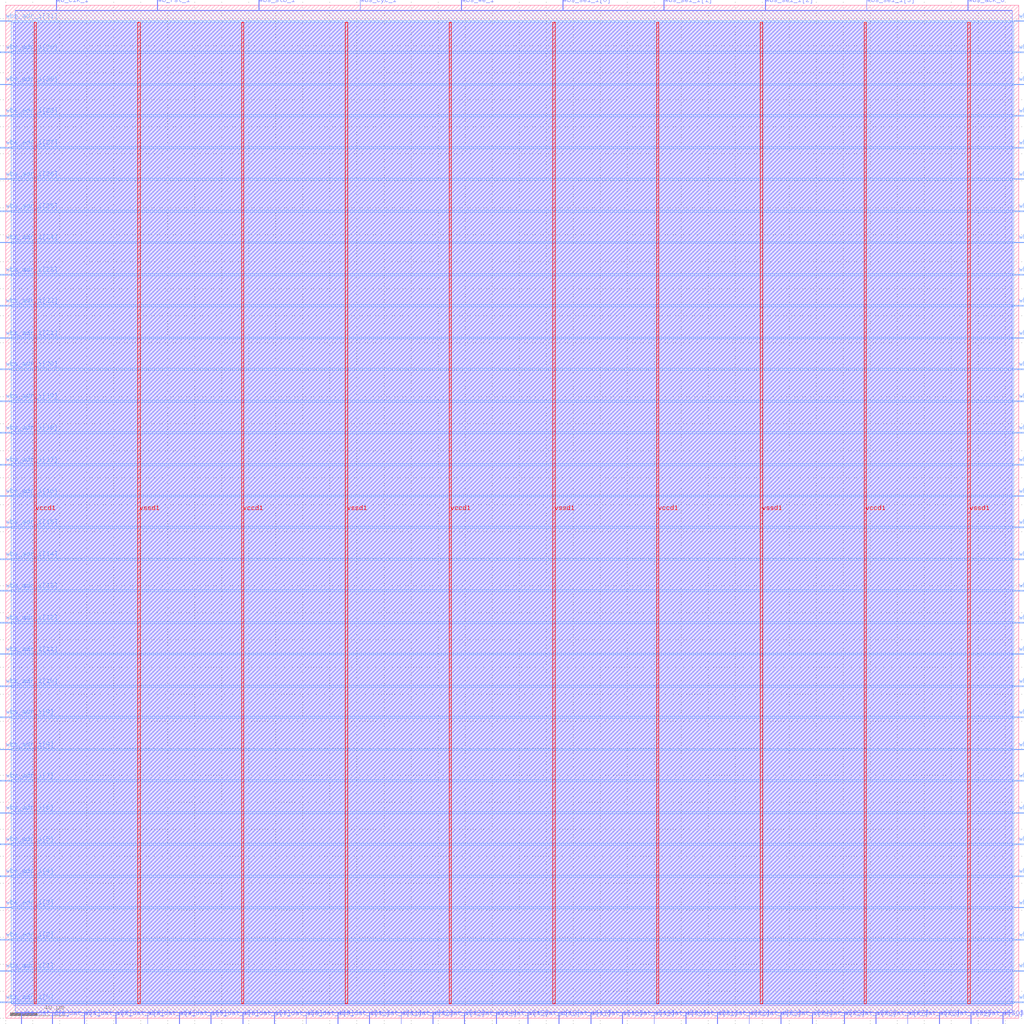
<source format=lef>
VERSION 5.7 ;
  NOWIREEXTENSIONATPIN ON ;
  DIVIDERCHAR "/" ;
  BUSBITCHARS "[]" ;
MACRO ren_conv_top
  CLASS BLOCK ;
  FOREIGN ren_conv_top ;
  ORIGIN 0.000 0.000 ;
  SIZE 750.000 BY 750.000 ;
  PIN wb_clk_i
    DIRECTION INPUT ;
    USE SIGNAL ;
    PORT
      LAYER met2 ;
        RECT 37.350 746.000 37.630 754.000 ;
    END
  END wb_clk_i
  PIN wb_rst_i
    DIRECTION INPUT ;
    USE SIGNAL ;
    PORT
      LAYER met2 ;
        RECT 112.330 746.000 112.610 754.000 ;
    END
  END wb_rst_i
  PIN wbs_ack_o
    DIRECTION OUTPUT TRISTATE ;
    USE SIGNAL ;
    PORT
      LAYER met2 ;
        RECT 712.170 746.000 712.450 754.000 ;
    END
  END wbs_ack_o
  PIN wbs_adr_i[0]
    DIRECTION INPUT ;
    USE SIGNAL ;
    PORT
      LAYER met3 ;
        RECT -4.000 11.600 4.000 12.200 ;
    END
  END wbs_adr_i[0]
  PIN wbs_adr_i[10]
    DIRECTION INPUT ;
    USE SIGNAL ;
    PORT
      LAYER met3 ;
        RECT -4.000 245.520 4.000 246.120 ;
    END
  END wbs_adr_i[10]
  PIN wbs_adr_i[11]
    DIRECTION INPUT ;
    USE SIGNAL ;
    PORT
      LAYER met3 ;
        RECT -4.000 269.320 4.000 269.920 ;
    END
  END wbs_adr_i[11]
  PIN wbs_adr_i[12]
    DIRECTION INPUT ;
    USE SIGNAL ;
    PORT
      LAYER met3 ;
        RECT -4.000 292.440 4.000 293.040 ;
    END
  END wbs_adr_i[12]
  PIN wbs_adr_i[13]
    DIRECTION INPUT ;
    USE SIGNAL ;
    PORT
      LAYER met3 ;
        RECT -4.000 316.240 4.000 316.840 ;
    END
  END wbs_adr_i[13]
  PIN wbs_adr_i[14]
    DIRECTION INPUT ;
    USE SIGNAL ;
    PORT
      LAYER met3 ;
        RECT -4.000 339.360 4.000 339.960 ;
    END
  END wbs_adr_i[14]
  PIN wbs_adr_i[15]
    DIRECTION INPUT ;
    USE SIGNAL ;
    PORT
      LAYER met3 ;
        RECT -4.000 363.160 4.000 363.760 ;
    END
  END wbs_adr_i[15]
  PIN wbs_adr_i[16]
    DIRECTION INPUT ;
    USE SIGNAL ;
    PORT
      LAYER met3 ;
        RECT -4.000 386.280 4.000 386.880 ;
    END
  END wbs_adr_i[16]
  PIN wbs_adr_i[17]
    DIRECTION INPUT ;
    USE SIGNAL ;
    PORT
      LAYER met3 ;
        RECT -4.000 409.400 4.000 410.000 ;
    END
  END wbs_adr_i[17]
  PIN wbs_adr_i[18]
    DIRECTION INPUT ;
    USE SIGNAL ;
    PORT
      LAYER met3 ;
        RECT -4.000 433.200 4.000 433.800 ;
    END
  END wbs_adr_i[18]
  PIN wbs_adr_i[19]
    DIRECTION INPUT ;
    USE SIGNAL ;
    PORT
      LAYER met3 ;
        RECT -4.000 456.320 4.000 456.920 ;
    END
  END wbs_adr_i[19]
  PIN wbs_adr_i[1]
    DIRECTION INPUT ;
    USE SIGNAL ;
    PORT
      LAYER met3 ;
        RECT -4.000 34.720 4.000 35.320 ;
    END
  END wbs_adr_i[1]
  PIN wbs_adr_i[20]
    DIRECTION INPUT ;
    USE SIGNAL ;
    PORT
      LAYER met3 ;
        RECT -4.000 480.120 4.000 480.720 ;
    END
  END wbs_adr_i[20]
  PIN wbs_adr_i[21]
    DIRECTION INPUT ;
    USE SIGNAL ;
    PORT
      LAYER met3 ;
        RECT -4.000 503.240 4.000 503.840 ;
    END
  END wbs_adr_i[21]
  PIN wbs_adr_i[22]
    DIRECTION INPUT ;
    USE SIGNAL ;
    PORT
      LAYER met3 ;
        RECT -4.000 527.040 4.000 527.640 ;
    END
  END wbs_adr_i[22]
  PIN wbs_adr_i[23]
    DIRECTION INPUT ;
    USE SIGNAL ;
    PORT
      LAYER met3 ;
        RECT -4.000 550.160 4.000 550.760 ;
    END
  END wbs_adr_i[23]
  PIN wbs_adr_i[24]
    DIRECTION INPUT ;
    USE SIGNAL ;
    PORT
      LAYER met3 ;
        RECT -4.000 573.960 4.000 574.560 ;
    END
  END wbs_adr_i[24]
  PIN wbs_adr_i[25]
    DIRECTION INPUT ;
    USE SIGNAL ;
    PORT
      LAYER met3 ;
        RECT -4.000 597.080 4.000 597.680 ;
    END
  END wbs_adr_i[25]
  PIN wbs_adr_i[26]
    DIRECTION INPUT ;
    USE SIGNAL ;
    PORT
      LAYER met3 ;
        RECT -4.000 620.880 4.000 621.480 ;
    END
  END wbs_adr_i[26]
  PIN wbs_adr_i[27]
    DIRECTION INPUT ;
    USE SIGNAL ;
    PORT
      LAYER met3 ;
        RECT -4.000 644.000 4.000 644.600 ;
    END
  END wbs_adr_i[27]
  PIN wbs_adr_i[28]
    DIRECTION INPUT ;
    USE SIGNAL ;
    PORT
      LAYER met3 ;
        RECT -4.000 667.800 4.000 668.400 ;
    END
  END wbs_adr_i[28]
  PIN wbs_adr_i[29]
    DIRECTION INPUT ;
    USE SIGNAL ;
    PORT
      LAYER met3 ;
        RECT -4.000 690.920 4.000 691.520 ;
    END
  END wbs_adr_i[29]
  PIN wbs_adr_i[2]
    DIRECTION INPUT ;
    USE SIGNAL ;
    PORT
      LAYER met3 ;
        RECT -4.000 57.840 4.000 58.440 ;
    END
  END wbs_adr_i[2]
  PIN wbs_adr_i[30]
    DIRECTION INPUT ;
    USE SIGNAL ;
    PORT
      LAYER met3 ;
        RECT -4.000 714.720 4.000 715.320 ;
    END
  END wbs_adr_i[30]
  PIN wbs_adr_i[31]
    DIRECTION INPUT ;
    USE SIGNAL ;
    PORT
      LAYER met3 ;
        RECT -4.000 737.840 4.000 738.440 ;
    END
  END wbs_adr_i[31]
  PIN wbs_adr_i[3]
    DIRECTION INPUT ;
    USE SIGNAL ;
    PORT
      LAYER met3 ;
        RECT -4.000 81.640 4.000 82.240 ;
    END
  END wbs_adr_i[3]
  PIN wbs_adr_i[4]
    DIRECTION INPUT ;
    USE SIGNAL ;
    PORT
      LAYER met3 ;
        RECT -4.000 104.760 4.000 105.360 ;
    END
  END wbs_adr_i[4]
  PIN wbs_adr_i[5]
    DIRECTION INPUT ;
    USE SIGNAL ;
    PORT
      LAYER met3 ;
        RECT -4.000 128.560 4.000 129.160 ;
    END
  END wbs_adr_i[5]
  PIN wbs_adr_i[6]
    DIRECTION INPUT ;
    USE SIGNAL ;
    PORT
      LAYER met3 ;
        RECT -4.000 151.680 4.000 152.280 ;
    END
  END wbs_adr_i[6]
  PIN wbs_adr_i[7]
    DIRECTION INPUT ;
    USE SIGNAL ;
    PORT
      LAYER met3 ;
        RECT -4.000 175.480 4.000 176.080 ;
    END
  END wbs_adr_i[7]
  PIN wbs_adr_i[8]
    DIRECTION INPUT ;
    USE SIGNAL ;
    PORT
      LAYER met3 ;
        RECT -4.000 198.600 4.000 199.200 ;
    END
  END wbs_adr_i[8]
  PIN wbs_adr_i[9]
    DIRECTION INPUT ;
    USE SIGNAL ;
    PORT
      LAYER met3 ;
        RECT -4.000 222.400 4.000 223.000 ;
    END
  END wbs_adr_i[9]
  PIN wbs_cyc_i
    DIRECTION INPUT ;
    USE SIGNAL ;
    PORT
      LAYER met2 ;
        RECT 262.290 746.000 262.570 754.000 ;
    END
  END wbs_cyc_i
  PIN wbs_dat_i[0]
    DIRECTION INPUT ;
    USE SIGNAL ;
    PORT
      LAYER met2 ;
        RECT 11.590 -4.000 11.870 4.000 ;
    END
  END wbs_dat_i[0]
  PIN wbs_dat_i[10]
    DIRECTION INPUT ;
    USE SIGNAL ;
    PORT
      LAYER met2 ;
        RECT 245.730 -4.000 246.010 4.000 ;
    END
  END wbs_dat_i[10]
  PIN wbs_dat_i[11]
    DIRECTION INPUT ;
    USE SIGNAL ;
    PORT
      LAYER met2 ;
        RECT 269.190 -4.000 269.470 4.000 ;
    END
  END wbs_dat_i[11]
  PIN wbs_dat_i[12]
    DIRECTION INPUT ;
    USE SIGNAL ;
    PORT
      LAYER met2 ;
        RECT 292.650 -4.000 292.930 4.000 ;
    END
  END wbs_dat_i[12]
  PIN wbs_dat_i[13]
    DIRECTION INPUT ;
    USE SIGNAL ;
    PORT
      LAYER met2 ;
        RECT 316.110 -4.000 316.390 4.000 ;
    END
  END wbs_dat_i[13]
  PIN wbs_dat_i[14]
    DIRECTION INPUT ;
    USE SIGNAL ;
    PORT
      LAYER met2 ;
        RECT 339.570 -4.000 339.850 4.000 ;
    END
  END wbs_dat_i[14]
  PIN wbs_dat_i[15]
    DIRECTION INPUT ;
    USE SIGNAL ;
    PORT
      LAYER met2 ;
        RECT 363.030 -4.000 363.310 4.000 ;
    END
  END wbs_dat_i[15]
  PIN wbs_dat_i[16]
    DIRECTION INPUT ;
    USE SIGNAL ;
    PORT
      LAYER met2 ;
        RECT 386.490 -4.000 386.770 4.000 ;
    END
  END wbs_dat_i[16]
  PIN wbs_dat_i[17]
    DIRECTION INPUT ;
    USE SIGNAL ;
    PORT
      LAYER met2 ;
        RECT 409.490 -4.000 409.770 4.000 ;
    END
  END wbs_dat_i[17]
  PIN wbs_dat_i[18]
    DIRECTION INPUT ;
    USE SIGNAL ;
    PORT
      LAYER met2 ;
        RECT 432.950 -4.000 433.230 4.000 ;
    END
  END wbs_dat_i[18]
  PIN wbs_dat_i[19]
    DIRECTION INPUT ;
    USE SIGNAL ;
    PORT
      LAYER met2 ;
        RECT 456.410 -4.000 456.690 4.000 ;
    END
  END wbs_dat_i[19]
  PIN wbs_dat_i[1]
    DIRECTION INPUT ;
    USE SIGNAL ;
    PORT
      LAYER met2 ;
        RECT 34.590 -4.000 34.870 4.000 ;
    END
  END wbs_dat_i[1]
  PIN wbs_dat_i[20]
    DIRECTION INPUT ;
    USE SIGNAL ;
    PORT
      LAYER met2 ;
        RECT 479.870 -4.000 480.150 4.000 ;
    END
  END wbs_dat_i[20]
  PIN wbs_dat_i[21]
    DIRECTION INPUT ;
    USE SIGNAL ;
    PORT
      LAYER met2 ;
        RECT 503.330 -4.000 503.610 4.000 ;
    END
  END wbs_dat_i[21]
  PIN wbs_dat_i[22]
    DIRECTION INPUT ;
    USE SIGNAL ;
    PORT
      LAYER met2 ;
        RECT 526.790 -4.000 527.070 4.000 ;
    END
  END wbs_dat_i[22]
  PIN wbs_dat_i[23]
    DIRECTION INPUT ;
    USE SIGNAL ;
    PORT
      LAYER met2 ;
        RECT 550.250 -4.000 550.530 4.000 ;
    END
  END wbs_dat_i[23]
  PIN wbs_dat_i[24]
    DIRECTION INPUT ;
    USE SIGNAL ;
    PORT
      LAYER met2 ;
        RECT 573.710 -4.000 573.990 4.000 ;
    END
  END wbs_dat_i[24]
  PIN wbs_dat_i[25]
    DIRECTION INPUT ;
    USE SIGNAL ;
    PORT
      LAYER met2 ;
        RECT 597.170 -4.000 597.450 4.000 ;
    END
  END wbs_dat_i[25]
  PIN wbs_dat_i[26]
    DIRECTION INPUT ;
    USE SIGNAL ;
    PORT
      LAYER met2 ;
        RECT 620.630 -4.000 620.910 4.000 ;
    END
  END wbs_dat_i[26]
  PIN wbs_dat_i[27]
    DIRECTION INPUT ;
    USE SIGNAL ;
    PORT
      LAYER met2 ;
        RECT 644.090 -4.000 644.370 4.000 ;
    END
  END wbs_dat_i[27]
  PIN wbs_dat_i[28]
    DIRECTION INPUT ;
    USE SIGNAL ;
    PORT
      LAYER met2 ;
        RECT 667.550 -4.000 667.830 4.000 ;
    END
  END wbs_dat_i[28]
  PIN wbs_dat_i[29]
    DIRECTION INPUT ;
    USE SIGNAL ;
    PORT
      LAYER met2 ;
        RECT 691.010 -4.000 691.290 4.000 ;
    END
  END wbs_dat_i[29]
  PIN wbs_dat_i[2]
    DIRECTION INPUT ;
    USE SIGNAL ;
    PORT
      LAYER met2 ;
        RECT 58.050 -4.000 58.330 4.000 ;
    END
  END wbs_dat_i[2]
  PIN wbs_dat_i[30]
    DIRECTION INPUT ;
    USE SIGNAL ;
    PORT
      LAYER met2 ;
        RECT 714.470 -4.000 714.750 4.000 ;
    END
  END wbs_dat_i[30]
  PIN wbs_dat_i[31]
    DIRECTION INPUT ;
    USE SIGNAL ;
    PORT
      LAYER met2 ;
        RECT 737.930 -4.000 738.210 4.000 ;
    END
  END wbs_dat_i[31]
  PIN wbs_dat_i[3]
    DIRECTION INPUT ;
    USE SIGNAL ;
    PORT
      LAYER met2 ;
        RECT 81.510 -4.000 81.790 4.000 ;
    END
  END wbs_dat_i[3]
  PIN wbs_dat_i[4]
    DIRECTION INPUT ;
    USE SIGNAL ;
    PORT
      LAYER met2 ;
        RECT 104.970 -4.000 105.250 4.000 ;
    END
  END wbs_dat_i[4]
  PIN wbs_dat_i[5]
    DIRECTION INPUT ;
    USE SIGNAL ;
    PORT
      LAYER met2 ;
        RECT 128.430 -4.000 128.710 4.000 ;
    END
  END wbs_dat_i[5]
  PIN wbs_dat_i[6]
    DIRECTION INPUT ;
    USE SIGNAL ;
    PORT
      LAYER met2 ;
        RECT 151.890 -4.000 152.170 4.000 ;
    END
  END wbs_dat_i[6]
  PIN wbs_dat_i[7]
    DIRECTION INPUT ;
    USE SIGNAL ;
    PORT
      LAYER met2 ;
        RECT 175.350 -4.000 175.630 4.000 ;
    END
  END wbs_dat_i[7]
  PIN wbs_dat_i[8]
    DIRECTION INPUT ;
    USE SIGNAL ;
    PORT
      LAYER met2 ;
        RECT 198.810 -4.000 199.090 4.000 ;
    END
  END wbs_dat_i[8]
  PIN wbs_dat_i[9]
    DIRECTION INPUT ;
    USE SIGNAL ;
    PORT
      LAYER met2 ;
        RECT 222.270 -4.000 222.550 4.000 ;
    END
  END wbs_dat_i[9]
  PIN wbs_dat_o[0]
    DIRECTION OUTPUT TRISTATE ;
    USE SIGNAL ;
    PORT
      LAYER met3 ;
        RECT 746.000 11.600 754.000 12.200 ;
    END
  END wbs_dat_o[0]
  PIN wbs_dat_o[10]
    DIRECTION OUTPUT TRISTATE ;
    USE SIGNAL ;
    PORT
      LAYER met3 ;
        RECT 746.000 245.520 754.000 246.120 ;
    END
  END wbs_dat_o[10]
  PIN wbs_dat_o[11]
    DIRECTION OUTPUT TRISTATE ;
    USE SIGNAL ;
    PORT
      LAYER met3 ;
        RECT 746.000 269.320 754.000 269.920 ;
    END
  END wbs_dat_o[11]
  PIN wbs_dat_o[12]
    DIRECTION OUTPUT TRISTATE ;
    USE SIGNAL ;
    PORT
      LAYER met3 ;
        RECT 746.000 292.440 754.000 293.040 ;
    END
  END wbs_dat_o[12]
  PIN wbs_dat_o[13]
    DIRECTION OUTPUT TRISTATE ;
    USE SIGNAL ;
    PORT
      LAYER met3 ;
        RECT 746.000 316.240 754.000 316.840 ;
    END
  END wbs_dat_o[13]
  PIN wbs_dat_o[14]
    DIRECTION OUTPUT TRISTATE ;
    USE SIGNAL ;
    PORT
      LAYER met3 ;
        RECT 746.000 339.360 754.000 339.960 ;
    END
  END wbs_dat_o[14]
  PIN wbs_dat_o[15]
    DIRECTION OUTPUT TRISTATE ;
    USE SIGNAL ;
    PORT
      LAYER met3 ;
        RECT 746.000 363.160 754.000 363.760 ;
    END
  END wbs_dat_o[15]
  PIN wbs_dat_o[16]
    DIRECTION OUTPUT TRISTATE ;
    USE SIGNAL ;
    PORT
      LAYER met3 ;
        RECT 746.000 386.280 754.000 386.880 ;
    END
  END wbs_dat_o[16]
  PIN wbs_dat_o[17]
    DIRECTION OUTPUT TRISTATE ;
    USE SIGNAL ;
    PORT
      LAYER met3 ;
        RECT 746.000 409.400 754.000 410.000 ;
    END
  END wbs_dat_o[17]
  PIN wbs_dat_o[18]
    DIRECTION OUTPUT TRISTATE ;
    USE SIGNAL ;
    PORT
      LAYER met3 ;
        RECT 746.000 433.200 754.000 433.800 ;
    END
  END wbs_dat_o[18]
  PIN wbs_dat_o[19]
    DIRECTION OUTPUT TRISTATE ;
    USE SIGNAL ;
    PORT
      LAYER met3 ;
        RECT 746.000 456.320 754.000 456.920 ;
    END
  END wbs_dat_o[19]
  PIN wbs_dat_o[1]
    DIRECTION OUTPUT TRISTATE ;
    USE SIGNAL ;
    PORT
      LAYER met3 ;
        RECT 746.000 34.720 754.000 35.320 ;
    END
  END wbs_dat_o[1]
  PIN wbs_dat_o[20]
    DIRECTION OUTPUT TRISTATE ;
    USE SIGNAL ;
    PORT
      LAYER met3 ;
        RECT 746.000 480.120 754.000 480.720 ;
    END
  END wbs_dat_o[20]
  PIN wbs_dat_o[21]
    DIRECTION OUTPUT TRISTATE ;
    USE SIGNAL ;
    PORT
      LAYER met3 ;
        RECT 746.000 503.240 754.000 503.840 ;
    END
  END wbs_dat_o[21]
  PIN wbs_dat_o[22]
    DIRECTION OUTPUT TRISTATE ;
    USE SIGNAL ;
    PORT
      LAYER met3 ;
        RECT 746.000 527.040 754.000 527.640 ;
    END
  END wbs_dat_o[22]
  PIN wbs_dat_o[23]
    DIRECTION OUTPUT TRISTATE ;
    USE SIGNAL ;
    PORT
      LAYER met3 ;
        RECT 746.000 550.160 754.000 550.760 ;
    END
  END wbs_dat_o[23]
  PIN wbs_dat_o[24]
    DIRECTION OUTPUT TRISTATE ;
    USE SIGNAL ;
    PORT
      LAYER met3 ;
        RECT 746.000 573.960 754.000 574.560 ;
    END
  END wbs_dat_o[24]
  PIN wbs_dat_o[25]
    DIRECTION OUTPUT TRISTATE ;
    USE SIGNAL ;
    PORT
      LAYER met3 ;
        RECT 746.000 597.080 754.000 597.680 ;
    END
  END wbs_dat_o[25]
  PIN wbs_dat_o[26]
    DIRECTION OUTPUT TRISTATE ;
    USE SIGNAL ;
    PORT
      LAYER met3 ;
        RECT 746.000 620.880 754.000 621.480 ;
    END
  END wbs_dat_o[26]
  PIN wbs_dat_o[27]
    DIRECTION OUTPUT TRISTATE ;
    USE SIGNAL ;
    PORT
      LAYER met3 ;
        RECT 746.000 644.000 754.000 644.600 ;
    END
  END wbs_dat_o[27]
  PIN wbs_dat_o[28]
    DIRECTION OUTPUT TRISTATE ;
    USE SIGNAL ;
    PORT
      LAYER met3 ;
        RECT 746.000 667.800 754.000 668.400 ;
    END
  END wbs_dat_o[28]
  PIN wbs_dat_o[29]
    DIRECTION OUTPUT TRISTATE ;
    USE SIGNAL ;
    PORT
      LAYER met3 ;
        RECT 746.000 690.920 754.000 691.520 ;
    END
  END wbs_dat_o[29]
  PIN wbs_dat_o[2]
    DIRECTION OUTPUT TRISTATE ;
    USE SIGNAL ;
    PORT
      LAYER met3 ;
        RECT 746.000 57.840 754.000 58.440 ;
    END
  END wbs_dat_o[2]
  PIN wbs_dat_o[30]
    DIRECTION OUTPUT TRISTATE ;
    USE SIGNAL ;
    PORT
      LAYER met3 ;
        RECT 746.000 714.720 754.000 715.320 ;
    END
  END wbs_dat_o[30]
  PIN wbs_dat_o[31]
    DIRECTION OUTPUT TRISTATE ;
    USE SIGNAL ;
    PORT
      LAYER met3 ;
        RECT 746.000 737.840 754.000 738.440 ;
    END
  END wbs_dat_o[31]
  PIN wbs_dat_o[3]
    DIRECTION OUTPUT TRISTATE ;
    USE SIGNAL ;
    PORT
      LAYER met3 ;
        RECT 746.000 81.640 754.000 82.240 ;
    END
  END wbs_dat_o[3]
  PIN wbs_dat_o[4]
    DIRECTION OUTPUT TRISTATE ;
    USE SIGNAL ;
    PORT
      LAYER met3 ;
        RECT 746.000 104.760 754.000 105.360 ;
    END
  END wbs_dat_o[4]
  PIN wbs_dat_o[5]
    DIRECTION OUTPUT TRISTATE ;
    USE SIGNAL ;
    PORT
      LAYER met3 ;
        RECT 746.000 128.560 754.000 129.160 ;
    END
  END wbs_dat_o[5]
  PIN wbs_dat_o[6]
    DIRECTION OUTPUT TRISTATE ;
    USE SIGNAL ;
    PORT
      LAYER met3 ;
        RECT 746.000 151.680 754.000 152.280 ;
    END
  END wbs_dat_o[6]
  PIN wbs_dat_o[7]
    DIRECTION OUTPUT TRISTATE ;
    USE SIGNAL ;
    PORT
      LAYER met3 ;
        RECT 746.000 175.480 754.000 176.080 ;
    END
  END wbs_dat_o[7]
  PIN wbs_dat_o[8]
    DIRECTION OUTPUT TRISTATE ;
    USE SIGNAL ;
    PORT
      LAYER met3 ;
        RECT 746.000 198.600 754.000 199.200 ;
    END
  END wbs_dat_o[8]
  PIN wbs_dat_o[9]
    DIRECTION OUTPUT TRISTATE ;
    USE SIGNAL ;
    PORT
      LAYER met3 ;
        RECT 746.000 222.400 754.000 223.000 ;
    END
  END wbs_dat_o[9]
  PIN wbs_sel_i[0]
    DIRECTION INPUT ;
    USE SIGNAL ;
    PORT
      LAYER met2 ;
        RECT 412.250 746.000 412.530 754.000 ;
    END
  END wbs_sel_i[0]
  PIN wbs_sel_i[1]
    DIRECTION INPUT ;
    USE SIGNAL ;
    PORT
      LAYER met2 ;
        RECT 487.230 746.000 487.510 754.000 ;
    END
  END wbs_sel_i[1]
  PIN wbs_sel_i[2]
    DIRECTION INPUT ;
    USE SIGNAL ;
    PORT
      LAYER met2 ;
        RECT 562.210 746.000 562.490 754.000 ;
    END
  END wbs_sel_i[2]
  PIN wbs_sel_i[3]
    DIRECTION INPUT ;
    USE SIGNAL ;
    PORT
      LAYER met2 ;
        RECT 637.190 746.000 637.470 754.000 ;
    END
  END wbs_sel_i[3]
  PIN wbs_stb_i
    DIRECTION INPUT ;
    USE SIGNAL ;
    PORT
      LAYER met2 ;
        RECT 187.310 746.000 187.590 754.000 ;
    END
  END wbs_stb_i
  PIN wbs_we_i
    DIRECTION INPUT ;
    USE SIGNAL ;
    PORT
      LAYER met2 ;
        RECT 337.270 746.000 337.550 754.000 ;
    END
  END wbs_we_i
  PIN vccd1
    DIRECTION INOUT ;
    USE POWER ;
    PORT
      LAYER met4 ;
        RECT 635.440 10.640 637.040 737.360 ;
    END
  END vccd1
  PIN vccd1
    DIRECTION INOUT ;
    USE POWER ;
    PORT
      LAYER met4 ;
        RECT 481.840 10.640 483.440 737.360 ;
    END
  END vccd1
  PIN vccd1
    DIRECTION INOUT ;
    USE POWER ;
    PORT
      LAYER met4 ;
        RECT 328.240 10.640 329.840 737.360 ;
    END
  END vccd1
  PIN vccd1
    DIRECTION INOUT ;
    USE POWER ;
    PORT
      LAYER met4 ;
        RECT 174.640 10.640 176.240 737.360 ;
    END
  END vccd1
  PIN vccd1
    DIRECTION INOUT ;
    USE POWER ;
    PORT
      LAYER met4 ;
        RECT 21.040 10.640 22.640 737.360 ;
    END
  END vccd1
  PIN vssd1
    DIRECTION INOUT ;
    USE GROUND ;
    PORT
      LAYER met4 ;
        RECT 712.240 10.640 713.840 737.360 ;
    END
  END vssd1
  PIN vssd1
    DIRECTION INOUT ;
    USE GROUND ;
    PORT
      LAYER met4 ;
        RECT 558.640 10.640 560.240 737.360 ;
    END
  END vssd1
  PIN vssd1
    DIRECTION INOUT ;
    USE GROUND ;
    PORT
      LAYER met4 ;
        RECT 405.040 10.640 406.640 737.360 ;
    END
  END vssd1
  PIN vssd1
    DIRECTION INOUT ;
    USE GROUND ;
    PORT
      LAYER met4 ;
        RECT 251.440 10.640 253.040 737.360 ;
    END
  END vssd1
  PIN vssd1
    DIRECTION INOUT ;
    USE GROUND ;
    PORT
      LAYER met4 ;
        RECT 97.840 10.640 99.440 737.360 ;
    END
  END vssd1
  OBS
      LAYER li1 ;
        RECT 5.520 10.795 745.055 737.205 ;
      LAYER met1 ;
        RECT 5.520 9.560 745.130 737.360 ;
      LAYER met2 ;
        RECT 6.990 745.720 37.070 746.000 ;
        RECT 37.910 745.720 112.050 746.000 ;
        RECT 112.890 745.720 187.030 746.000 ;
        RECT 187.870 745.720 262.010 746.000 ;
        RECT 262.850 745.720 336.990 746.000 ;
        RECT 337.830 745.720 411.970 746.000 ;
        RECT 412.810 745.720 486.950 746.000 ;
        RECT 487.790 745.720 561.930 746.000 ;
        RECT 562.770 745.720 636.910 746.000 ;
        RECT 637.750 745.720 711.890 746.000 ;
        RECT 712.730 745.720 745.110 746.000 ;
        RECT 6.990 4.280 745.110 745.720 ;
        RECT 6.990 4.000 11.310 4.280 ;
        RECT 12.150 4.000 34.310 4.280 ;
        RECT 35.150 4.000 57.770 4.280 ;
        RECT 58.610 4.000 81.230 4.280 ;
        RECT 82.070 4.000 104.690 4.280 ;
        RECT 105.530 4.000 128.150 4.280 ;
        RECT 128.990 4.000 151.610 4.280 ;
        RECT 152.450 4.000 175.070 4.280 ;
        RECT 175.910 4.000 198.530 4.280 ;
        RECT 199.370 4.000 221.990 4.280 ;
        RECT 222.830 4.000 245.450 4.280 ;
        RECT 246.290 4.000 268.910 4.280 ;
        RECT 269.750 4.000 292.370 4.280 ;
        RECT 293.210 4.000 315.830 4.280 ;
        RECT 316.670 4.000 339.290 4.280 ;
        RECT 340.130 4.000 362.750 4.280 ;
        RECT 363.590 4.000 386.210 4.280 ;
        RECT 387.050 4.000 409.210 4.280 ;
        RECT 410.050 4.000 432.670 4.280 ;
        RECT 433.510 4.000 456.130 4.280 ;
        RECT 456.970 4.000 479.590 4.280 ;
        RECT 480.430 4.000 503.050 4.280 ;
        RECT 503.890 4.000 526.510 4.280 ;
        RECT 527.350 4.000 549.970 4.280 ;
        RECT 550.810 4.000 573.430 4.280 ;
        RECT 574.270 4.000 596.890 4.280 ;
        RECT 597.730 4.000 620.350 4.280 ;
        RECT 621.190 4.000 643.810 4.280 ;
        RECT 644.650 4.000 667.270 4.280 ;
        RECT 668.110 4.000 690.730 4.280 ;
        RECT 691.570 4.000 714.190 4.280 ;
        RECT 715.030 4.000 737.650 4.280 ;
        RECT 738.490 4.000 745.110 4.280 ;
      LAYER met3 ;
        RECT 4.400 737.440 745.600 738.305 ;
        RECT 4.000 715.720 746.000 737.440 ;
        RECT 4.400 714.320 745.600 715.720 ;
        RECT 4.000 691.920 746.000 714.320 ;
        RECT 4.400 690.520 745.600 691.920 ;
        RECT 4.000 668.800 746.000 690.520 ;
        RECT 4.400 667.400 745.600 668.800 ;
        RECT 4.000 645.000 746.000 667.400 ;
        RECT 4.400 643.600 745.600 645.000 ;
        RECT 4.000 621.880 746.000 643.600 ;
        RECT 4.400 620.480 745.600 621.880 ;
        RECT 4.000 598.080 746.000 620.480 ;
        RECT 4.400 596.680 745.600 598.080 ;
        RECT 4.000 574.960 746.000 596.680 ;
        RECT 4.400 573.560 745.600 574.960 ;
        RECT 4.000 551.160 746.000 573.560 ;
        RECT 4.400 549.760 745.600 551.160 ;
        RECT 4.000 528.040 746.000 549.760 ;
        RECT 4.400 526.640 745.600 528.040 ;
        RECT 4.000 504.240 746.000 526.640 ;
        RECT 4.400 502.840 745.600 504.240 ;
        RECT 4.000 481.120 746.000 502.840 ;
        RECT 4.400 479.720 745.600 481.120 ;
        RECT 4.000 457.320 746.000 479.720 ;
        RECT 4.400 455.920 745.600 457.320 ;
        RECT 4.000 434.200 746.000 455.920 ;
        RECT 4.400 432.800 745.600 434.200 ;
        RECT 4.000 410.400 746.000 432.800 ;
        RECT 4.400 409.000 745.600 410.400 ;
        RECT 4.000 387.280 746.000 409.000 ;
        RECT 4.400 385.880 745.600 387.280 ;
        RECT 4.000 364.160 746.000 385.880 ;
        RECT 4.400 362.760 745.600 364.160 ;
        RECT 4.000 340.360 746.000 362.760 ;
        RECT 4.400 338.960 745.600 340.360 ;
        RECT 4.000 317.240 746.000 338.960 ;
        RECT 4.400 315.840 745.600 317.240 ;
        RECT 4.000 293.440 746.000 315.840 ;
        RECT 4.400 292.040 745.600 293.440 ;
        RECT 4.000 270.320 746.000 292.040 ;
        RECT 4.400 268.920 745.600 270.320 ;
        RECT 4.000 246.520 746.000 268.920 ;
        RECT 4.400 245.120 745.600 246.520 ;
        RECT 4.000 223.400 746.000 245.120 ;
        RECT 4.400 222.000 745.600 223.400 ;
        RECT 4.000 199.600 746.000 222.000 ;
        RECT 4.400 198.200 745.600 199.600 ;
        RECT 4.000 176.480 746.000 198.200 ;
        RECT 4.400 175.080 745.600 176.480 ;
        RECT 4.000 152.680 746.000 175.080 ;
        RECT 4.400 151.280 745.600 152.680 ;
        RECT 4.000 129.560 746.000 151.280 ;
        RECT 4.400 128.160 745.600 129.560 ;
        RECT 4.000 105.760 746.000 128.160 ;
        RECT 4.400 104.360 745.600 105.760 ;
        RECT 4.000 82.640 746.000 104.360 ;
        RECT 4.400 81.240 745.600 82.640 ;
        RECT 4.000 58.840 746.000 81.240 ;
        RECT 4.400 57.440 745.600 58.840 ;
        RECT 4.000 35.720 746.000 57.440 ;
        RECT 4.400 34.320 745.600 35.720 ;
        RECT 4.000 12.600 746.000 34.320 ;
        RECT 4.400 11.200 745.600 12.600 ;
        RECT 4.000 10.715 746.000 11.200 ;
  END
END ren_conv_top
END LIBRARY


</source>
